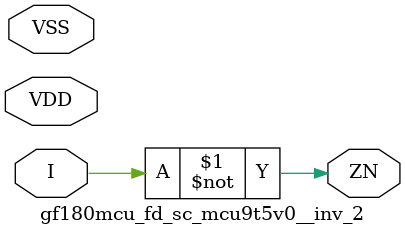
<source format=v>

module gf180mcu_fd_sc_mcu9t5v0__inv_2( I, ZN, VDD, VSS );
input I;
inout VDD, VSS;
output ZN;

	not MGM_BG_0( ZN, I );

endmodule

</source>
